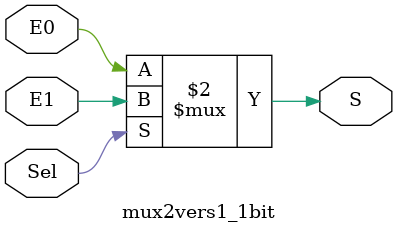
<source format=v>
module mux2vers1_1bit(E0, E1, Sel, S);

input E0,E1;
input Sel;

output S;

assign S = (Sel==0)?E0:E1;



endmodule


</source>
